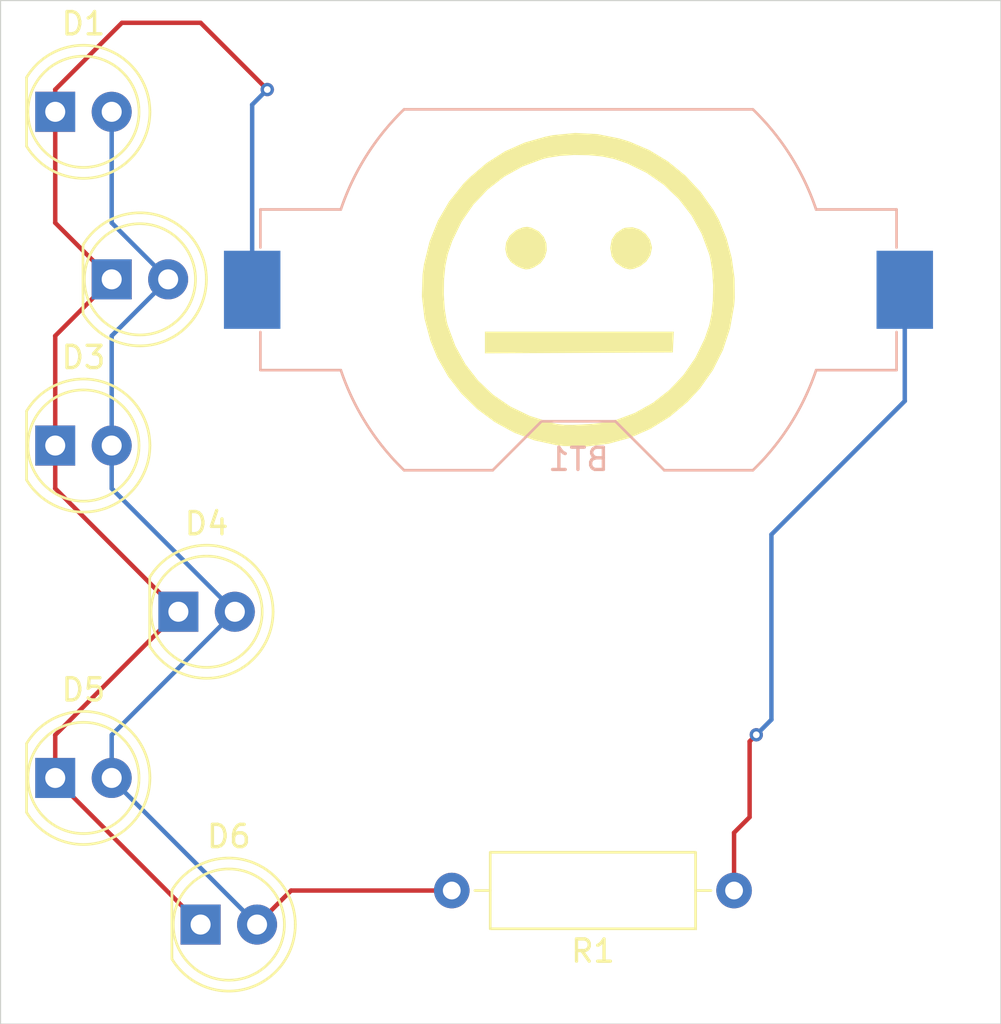
<source format=kicad_pcb>
(kicad_pcb (version 20241229) (generator "pcbnew") (generator_version "9.0")
  (layers (0 "F.Cu" signal) (2 "B.Cu" signal) (13 "F.Paste" user) (15 "B.Paste" user) (5 "F.SilkS" user "F.Silkscreen") (7 "B.SilkS" user "B.Silkscreen") (1 "F.Mask" user) (3 "B.Mask" user) (25 "Edge.Cuts" user))
  (net 0 "")
  (net 1 "GND")
  (net 2 "VCC")
  (net 3 "/led")
  (footprint "LOGO" (layer "F.Cu") (at 142 67)
    (property "Reference" "G***" (hide yes))
    (property "Value" "LOGO" (hide yes))
    (fp_poly (pts (xy 4.26823 2.348372) (xy 4.245857 2.818047) (xy 0.018786 2.837459) (xy -4.208285 2.856872) (xy -4.208285 2.367785) (xy -4.208285 1.878698) (xy 0.041159 1.878698) (xy 4.290603 1.878698)) (fill yes) (layer "F.SilkS"))
    (fp_poly (pts (xy -2.098388 -2.787628) (xy -1.77919 -2.625542) (xy -1.559312 -2.380686) (xy -1.440441 -2.084134) (xy -1.424264 -1.766959) (xy -1.512469 -1.460236) (xy -1.706742 -1.195037) (xy -2.001624 -1.005391) (xy -2.211277 -0.928864) (xy -2.375741 -0.913647) (xy -2.559789 -0.963104) (xy -2.748601 -1.044189) (xy -3.042925 -1.247854) (xy -3.224906 -1.519464) (xy -3.29511 -1.827764) (xy -3.254102 -2.141497) (xy -3.102446 -2.42941) (xy -2.840709 -2.660245) (xy -2.718232 -2.72398) (xy -2.483933 -2.812728) (xy -2.302246 -2.831243)) (fill yes) (layer "F.SilkS"))
    (fp_poly (pts (xy 2.746669 -2.717541) (xy 3.020783 -2.521032) (xy 3.217809 -2.249786) (xy 3.304943 -1.928483) (xy 3.306508 -1.878699) (xy 3.237357 -1.55897) (xy 3.05168 -1.269906) (xy 2.782141 -1.060365) (xy 2.7486 -1.044189) (xy 2.494323 -0.942348) (xy 2.303694 -0.914479) (xy 2.111301 -0.957535) (xy 1.985046 -1.008592) (xy 1.677072 -1.214263) (xy 1.490318 -1.508023) (xy 1.42781 -1.883067) (xy 1.494546 -2.253915) (xy 1.686267 -2.548323) (xy 1.990239 -2.749116) (xy 2.098387 -2.787628) (xy 2.428269 -2.814633)) (fill yes) (layer "F.SilkS"))
    (fp_poly (pts (xy 0.848899 -6.999432) (xy 1.847624 -6.800375) (xy 2.293452 -6.663391) (xy 3.193764 -6.278699) (xy 4.039015 -5.763823) (xy 4.811737 -5.134097) (xy 5.494461 -4.404856) (xy 6.069719 -3.591434) (xy 6.331508 -3.11864) (xy 6.663295 -2.313163) (xy 6.896422 -1.432748) (xy 7.022926 -0.522302) (xy 7.034846 0.37327) (xy 7.008026 0.697226) (xy 6.82136 1.73641) (xy 6.50219 2.707464) (xy 6.052395 3.606506) (xy 5.473854 4.429658) (xy 4.900808 5.049029) (xy 4.102295 5.716305) (xy 3.237147 6.25318) (xy 2.316692 6.655955) (xy 1.352263 6.920926) (xy 0.355188 7.044395) (xy -0.6632 7.022659) (xy -1.014498 6.98122) (xy -1.98021 6.769205) (xy -2.901141 6.421515) (xy -3.763588 5.949519) (xy -4.553849 5.364589) (xy -5.258221 4.678097) (xy -5.863002 3.901412) (xy -6.354488 3.045907) (xy -6.663391 2.293452) (xy -6.928435 1.296906) (xy -7.046062 0.297845) (xy -7.043251 0.206348) (xy -6.057737 0.206348) (xy -6.016807 0.845901) (xy -5.925559 1.416215) (xy -5.878623 1.600589) (xy -5.5405 2.516293) (xy -5.082588 3.34505) (xy -4.51189 4.080614) (xy -3.835408 4.716738) (xy -3.060147 5.247177) (xy -2.193109 5.665683) (xy -1.241297 5.96601) (xy -0.901776 6.039673) (xy -0.630117 6.066653) (xy -0.253179 6.070355) (xy 0.18632 6.053695) (xy 0.645662 6.019588) (xy 1.082131 5.970949) (xy 1.453009 5.910694) (xy 1.640376 5.866189) (xy 2.533965 5.532641) (xy 3.353141 5.07363) (xy 4.087406 4.499719) (xy 4.726267 3.821471) (xy 5.259226 3.049449) (xy 5.67579 2.194217) (xy 5.878622 1.600589) (xy 5.988644 1.069612) (xy 6.048349 0.449728) (xy 6.057736 -0.206349) (xy 6.016805 -0.845902) (xy 5.925557 -1.416217) (xy 5.878622 -1.60059) (xy 5.540783 -2.51087) (xy 5.07951 -3.341468) (xy 4.504239 -4.082949) (xy 3.824408 -4.725876) (xy 3.049451 -5.260813) (xy 2.188806 -5.678324) (xy 1.600589 -5.878623) (xy 1.069612 -5.988645) (xy 0.449728 -6.04835) (xy -0.206349 -6.057737) (xy -0.845902 -6.016807) (xy -1.416217 -5.925559) (xy -1.60059 -5.878623) (xy -2.51087 -5.540784) (xy -3.341468 -5.079511) (xy -4.082949 -4.504241) (xy -4.725876 -3.824409) (xy -5.260813 -3.049452) (xy -5.678324 -2.188807) (xy -5.878623 -1.60059) (xy -5.988645 -1.069613) (xy -6.04835 -0.449729) (xy -6.057737 0.206348) (xy -7.043251 0.206348) (xy -7.015552 -0.69523) (xy -6.953606 -1.136163) (xy -6.703237 -2.160454) (xy -6.324631 -3.106365) (xy -5.817789 -3.97389) (xy -5.182712 -4.763027) (xy -4.900809 -5.04903) (xy -4.126469 -5.705907) (xy -3.308718 -6.225115) (xy -2.428383 -6.616355) (xy -1.466295 -6.889323) (xy -1.136163 -6.953606) (xy -0.148529 -7.050748)) (fill yes) (layer "F.SilkS"))
  )
  (footprint "LED_THT:LED_D5.0mm" (layer "F.Cu") (at 125 95.53)
    (property "Reference" "D6" (at 1.27 -3.96 0) (layer "F.SilkS"))
    (property "Value" "red")
    (fp_line (start -1.29 -1.545) (end -1.29 1.545) (stroke (width 0.12)) (layer "F.SilkS"))
    (fp_arc (start -1.29 -1.54483) (mid 2.071779 -2.880495) (end 4.26 0) (stroke (width 0.12)) (layer "F.SilkS"))
    (fp_arc (start 4.26 0) (mid 2.071779 2.880495) (end -1.29 1.54483) (stroke (width 0.12)) (layer "F.SilkS"))
    (fp_circle (center 1.27 0) (end 3.77 0) (stroke (width 0.12)) (fill no) (layer "F.SilkS"))
    (pad "1" thru_hole rect (at 0 0) (size 1.8 1.8) (drill 0.9) (layers "*.Cu" "*.Mask") (net 1 "GND"))
    (pad "2" thru_hole circle (at 2.54 0) (size 1.8 1.8) (drill 0.9) (layers "*.Cu" "*.Mask") (net 3 "/led"))
  )
  (footprint "LED_THT:LED_D5.0mm" (layer "F.Cu") (at 124 81.47)
    (property "Reference" "D4" (at 1.27 -3.96 0) (layer "F.SilkS"))
    (property "Value" "yellow")
    (fp_line (start -1.29 -1.545) (end -1.29 1.545) (stroke (width 0.12)) (layer "F.SilkS"))
    (fp_arc (start -1.29 -1.54483) (mid 2.071779 -2.880495) (end 4.26 0) (stroke (width 0.12)) (layer "F.SilkS"))
    (fp_arc (start 4.26 0) (mid 2.071779 2.880495) (end -1.29 1.54483) (stroke (width 0.12)) (layer "F.SilkS"))
    (fp_circle (center 1.27 0) (end 3.77 0) (stroke (width 0.12)) (fill no) (layer "F.SilkS"))
    (pad "1" thru_hole rect (at 0 0) (size 1.8 1.8) (drill 0.9) (layers "*.Cu" "*.Mask") (net 1 "GND"))
    (pad "2" thru_hole circle (at 2.54 0) (size 1.8 1.8) (drill 0.9) (layers "*.Cu" "*.Mask") (net 3 "/led"))
  )
  (footprint "LED_THT:LED_D5.0mm" (layer "F.Cu") (at 121 66.53)
    (property "Reference" "D2" (hide yes))
    (property "Value" "blue")
    (fp_line (start -1.29 -1.545) (end -1.29 1.545) (stroke (width 0.12)) (layer "F.SilkS"))
    (fp_arc (start -1.29 -1.54483) (mid 2.071779 -2.880495) (end 4.26 0) (stroke (width 0.12)) (layer "F.SilkS"))
    (fp_arc (start 4.26 0) (mid 2.071779 2.880495) (end -1.29 1.54483) (stroke (width 0.12)) (layer "F.SilkS"))
    (fp_circle (center 1.27 0) (end 3.77 0) (stroke (width 0.12)) (fill no) (layer "F.SilkS"))
    (pad "1" thru_hole rect (at 0 0) (size 1.8 1.8) (drill 0.9) (layers "*.Cu" "*.Mask") (net 1 "GND"))
    (pad "2" thru_hole circle (at 2.54 0) (size 1.8 1.8) (drill 0.9) (layers "*.Cu" "*.Mask") (net 3 "/led"))
  )
  (footprint "LED_THT:LED_D5.0mm" (layer "F.Cu") (at 118.46 88.94)
    (property "Reference" "D5" (at 1.27 -3.96 0) (layer "F.SilkS"))
    (property "Value" "orange")
    (fp_line (start -1.29 -1.545) (end -1.29 1.545) (stroke (width 0.12)) (layer "F.SilkS"))
    (fp_arc (start -1.29 -1.54483) (mid 2.071779 -2.880495) (end 4.26 0) (stroke (width 0.12)) (layer "F.SilkS"))
    (fp_arc (start 4.26 0) (mid 2.071779 2.880495) (end -1.29 1.54483) (stroke (width 0.12)) (layer "F.SilkS"))
    (fp_circle (center 1.27 0) (end 3.77 0) (stroke (width 0.12)) (fill no) (layer "F.SilkS"))
    (pad "1" thru_hole rect (at 0 0) (size 1.8 1.8) (drill 0.9) (layers "*.Cu" "*.Mask") (net 1 "GND"))
    (pad "2" thru_hole circle (at 2.54 0) (size 1.8 1.8) (drill 0.9) (layers "*.Cu" "*.Mask") (net 3 "/led"))
  )
  (footprint "LED_THT:LED_D5.0mm" (layer "F.Cu") (at 118.46 59)
    (property "Reference" "D1" (at 1.27 -3.96 0) (layer "F.SilkS"))
    (property "Value" "purple")
    (fp_line (start -1.29 -1.545) (end -1.29 1.545) (stroke (width 0.12)) (layer "F.SilkS"))
    (fp_arc (start -1.29 -1.54483) (mid 2.071779 -2.880495) (end 4.26 0) (stroke (width 0.12)) (layer "F.SilkS"))
    (fp_arc (start 4.26 0) (mid 2.071779 2.880495) (end -1.29 1.54483) (stroke (width 0.12)) (layer "F.SilkS"))
    (fp_circle (center 1.27 0) (end 3.77 0) (stroke (width 0.12)) (fill no) (layer "F.SilkS"))
    (pad "1" thru_hole rect (at 0 0) (size 1.8 1.8) (drill 0.9) (layers "*.Cu" "*.Mask") (net 1 "GND"))
    (pad "2" thru_hole circle (at 2.54 0) (size 1.8 1.8) (drill 0.9) (layers "*.Cu" "*.Mask") (net 3 "/led"))
  )
  (footprint "Resistor_THT:R_Axial_DIN0309_L9.0mm_D3.2mm_P12.70mm_Horizontal" (layer "F.Cu") (at 149 94 180)
    (property "Reference" "R1" (at 6.35 -2.72 0) (layer "F.SilkS"))
    (property "Value" "1k")
    (fp_line (start 11.66 0) (end 10.97 0) (stroke (width 0.12)) (layer "F.SilkS"))
    (fp_line (start 1.04 0) (end 1.73 0) (stroke (width 0.12)) (layer "F.SilkS"))
    (fp_rect (start 1.73 -1.72) (end 10.97 1.72) (stroke (width 0.12)) (fill no) (layer "F.SilkS"))
    (pad "1" thru_hole circle (at 0 0 180) (size 1.6 1.6) (drill 0.8) (layers "*.Cu" "*.Mask") (net 2 "VCC"))
    (pad "2" thru_hole circle (at 12.7 0 180) (size 1.6 1.6) (drill 0.8) (layers "*.Cu" "*.Mask") (net 3 "/led"))
  )
  (footprint "LED_THT:LED_D5.0mm" (layer "F.Cu") (at 118.46 74)
    (property "Reference" "D3" (at 1.27 -3.96 0) (layer "F.SilkS"))
    (property "Value" "green")
    (fp_line (start -1.29 -1.545) (end -1.29 1.545) (stroke (width 0.12)) (layer "F.SilkS"))
    (fp_arc (start -1.29 -1.54483) (mid 2.071779 -2.880495) (end 4.26 0) (stroke (width 0.12)) (layer "F.SilkS"))
    (fp_arc (start 4.26 0) (mid 2.071779 2.880495) (end -1.29 1.54483) (stroke (width 0.12)) (layer "F.SilkS"))
    (fp_circle (center 1.27 0) (end 3.77 0) (stroke (width 0.12)) (fill no) (layer "F.SilkS"))
    (pad "1" thru_hole rect (at 0 0) (size 1.8 1.8) (drill 0.9) (layers "*.Cu" "*.Mask") (net 1 "GND"))
    (pad "2" thru_hole circle (at 2.54 0) (size 1.8 1.8) (drill 0.9) (layers "*.Cu" "*.Mask") (net 3 "/led"))
  )
  (footprint "Battery:BatteryHolder_Keystone_1058_1x2032" (layer "B.Cu") (at 142 67 180)
    (property "Reference" "BT1" (at 0 -7.62 0) (layer "B.SilkS") (effects (justify mirror)))
    (property "Value" "3v")
    (fp_line (start 14.31 1.9) (end 14.31 3.61) (stroke (width 0.12)) (layer "B.SilkS"))
    (fp_line (start 14.31 -1.9) (end 14.31 -3.61) (stroke (width 0.12)) (layer "B.SilkS"))
    (fp_line (start 14.31 -3.61) (end 10.692 -3.61) (stroke (width 0.12)) (layer "B.SilkS"))
    (fp_line (start 10.692 3.61) (end 14.31 3.61) (stroke (width 0.12)) (layer "B.SilkS"))
    (fp_line (start 7.8473 -8.11) (end 3.86 -8.11) (stroke (width 0.12)) (layer "B.SilkS"))
    (fp_line (start 1.66 -5.91) (end 3.86 -8.11) (stroke (width 0.12)) (layer "B.SilkS"))
    (fp_line (start 1.66 -5.91) (end -1.66 -5.91) (stroke (width 0.12)) (layer "B.SilkS"))
    (fp_line (start -1.66 -5.91) (end -3.86 -8.11) (stroke (width 0.12)) (layer "B.SilkS"))
    (fp_line (start -3.86 -8.11) (end -7.8473 -8.11) (stroke (width 0.12)) (layer "B.SilkS"))
    (fp_line (start -7.8473 8.11) (end 7.8473 8.11) (stroke (width 0.12)) (layer "B.SilkS"))
    (fp_line (start -10.692 -3.61) (end -14.31 -3.61) (stroke (width 0.12)) (layer "B.SilkS"))
    (fp_line (start -14.31 3.61) (end -10.692 3.61) (stroke (width 0.12)) (layer "B.SilkS"))
    (fp_line (start -14.31 1.9) (end -14.31 3.61) (stroke (width 0.12)) (layer "B.SilkS"))
    (fp_line (start -14.31 -1.9) (end -14.31 -3.61) (stroke (width 0.12)) (layer "B.SilkS"))
    (fp_arc (start 10.692 3.61) (mid 9.538084 6.031244) (end 7.845371 8.111789) (stroke (width 0.12)) (layer "B.SilkS"))
    (fp_arc (start 7.845371 -8.111789) (mid 9.538084 -6.031244) (end 10.692 -3.61) (stroke (width 0.12)) (layer "B.SilkS"))
    (fp_arc (start -7.845371 8.111789) (mid -9.538084 6.031244) (end -10.692 3.61) (stroke (width 0.12)) (layer "B.SilkS"))
    (fp_arc (start -10.692 -3.61) (mid -9.538085 -6.031245) (end -7.845371 -8.111789) (stroke (width 0.12)) (layer "B.SilkS"))
    (pad "1" smd rect (at -14.68 0 180) (size 2.54 3.51) (layers "B.Cu" "B.Mask" "B.Paste") (net 2 "VCC"))
    (pad "2" smd rect (at 14.68 0 180) (size 2.54 3.51) (layers "B.Cu" "B.Mask" "B.Paste") (net 1 "GND"))
  )
  (gr_rect (start 116 54) (end 161 100) (stroke (width 0.05)) (fill no) (layer "Edge.Cuts"))
  (segment (start 118.46 88.99) (end 125 95.53) (width 0.2) (layer "F.Cu") (net 1))
  (segment (start 118.46 59) (end 118.46 58) (width 0.2) (layer "F.Cu") (net 1))
  (segment (start 118.46 59) (end 118.46 63.99) (width 0.2) (layer "F.Cu") (net 1))
  (segment (start 121 66.53) (end 118.46 69.07) (width 0.2) (layer "F.Cu") (net 1))
  (segment (start 118.46 75.93) (end 124 81.47) (width 0.2) (layer "F.Cu") (net 1))
  (segment (start 118.46 63.99) (end 121 66.53) (width 0.2) (layer "F.Cu") (net 1))
  (segment (start 121.46 55) (end 125 55) (width 0.2) (layer "F.Cu") (net 1))
  (segment (start 124 81.47) (end 118.46 87.01) (width 0.2) (layer "F.Cu") (net 1))
  (segment (start 118.46 74) (end 118.46 75.93) (width 0.2) (layer "F.Cu") (net 1))
  (segment (start 118.46 88.94) (end 118.46 88.99) (width 0.2) (layer "F.Cu") (net 1))
  (segment (start 125 55) (end 128 58) (width 0.2) (layer "F.Cu") (net 1))
  (segment (start 118.46 69.07) (end 118.46 74) (width 0.2) (layer "F.Cu") (net 1))
  (segment (start 118.46 87.01) (end 118.46 88.94) (width 0.2) (layer "F.Cu") (net 1))
  (segment (start 118.46 58) (end 121.46 55) (width 0.2) (layer "F.Cu") (net 1))
  (via (at 128 58) (size 0.6) (drill 0.3) (layers "F.Cu" "B.Cu") (net 1))
  (segment (start 128 58) (end 127.32 58.68) (width 0.2) (layer "B.Cu") (net 1))
  (segment (start 127.32 58.68) (end 127.32 67) (width 0.2) (layer "B.Cu") (net 1))
  (segment (start 149.7 87.3) (end 149.7 90.7) (width 0.2) (layer "F.Cu") (net 2))
  (segment (start 149.7 90.7) (end 149 91.4) (width 0.2) (layer "F.Cu") (net 2))
  (segment (start 150 87) (end 149.7 87.3) (width 0.2) (layer "F.Cu") (net 2))
  (segment (start 149 91.4) (end 149 94) (width 0.2) (layer "F.Cu") (net 2))
  (via (at 150 87) (size 0.6) (drill 0.3) (layers "F.Cu" "B.Cu") (net 2))
  (segment (start 156.68 72) (end 150.68 78) (width 0.2) (layer "B.Cu") (net 2))
  (segment (start 150.68 86.32) (end 150 87) (width 0.2) (layer "B.Cu") (net 2))
  (segment (start 150.68 78) (end 150.68 86.32) (width 0.2) (layer "B.Cu") (net 2))
  (segment (start 156.68 67) (end 156.68 72) (width 0.2) (layer "B.Cu") (net 2))
  (segment (start 136.3 94) (end 129.07 94) (width 0.2) (layer "F.Cu") (net 3))
  (segment (start 129.07 94) (end 127.54 95.53) (width 0.2) (layer "F.Cu") (net 3))
  (segment (start 126.54 81.47) (end 121 87.01) (width 0.2) (layer "B.Cu") (net 3))
  (segment (start 121 88.99) (end 127.54 95.53) (width 0.2) (layer "B.Cu") (net 3))
  (segment (start 121 88.94) (end 121 88.99) (width 0.2) (layer "B.Cu") (net 3))
  (segment (start 121 74) (end 121 75.93) (width 0.2) (layer "B.Cu") (net 3))
  (segment (start 123.54 66.53) (end 121 69.07) (width 0.2) (layer "B.Cu") (net 3))
  (segment (start 121 75.93) (end 126.54 81.47) (width 0.2) (layer "B.Cu") (net 3))
  (segment (start 121 63.99) (end 123.54 66.53) (width 0.2) (layer "B.Cu") (net 3))
  (segment (start 121 69.07) (end 121 74) (width 0.2) (layer "B.Cu") (net 3))
  (segment (start 121 59) (end 121 63.99) (width 0.2) (layer "B.Cu") (net 3))
  (segment (start 121 87.01) (end 121 88.94) (width 0.2) (layer "B.Cu") (net 3))
)
</source>
